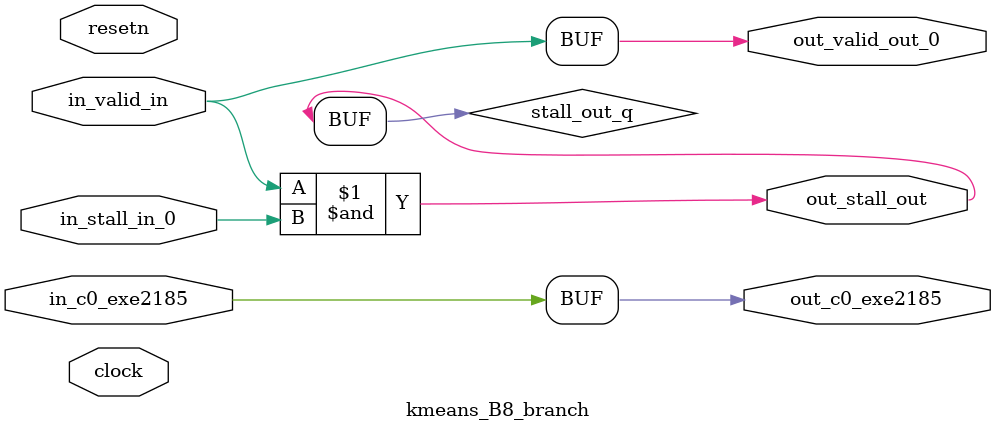
<source format=sv>



(* altera_attribute = "-name AUTO_SHIFT_REGISTER_RECOGNITION OFF; -name MESSAGE_DISABLE 10036; -name MESSAGE_DISABLE 10037; -name MESSAGE_DISABLE 14130; -name MESSAGE_DISABLE 14320; -name MESSAGE_DISABLE 15400; -name MESSAGE_DISABLE 14130; -name MESSAGE_DISABLE 10036; -name MESSAGE_DISABLE 12020; -name MESSAGE_DISABLE 12030; -name MESSAGE_DISABLE 12010; -name MESSAGE_DISABLE 12110; -name MESSAGE_DISABLE 14320; -name MESSAGE_DISABLE 13410; -name MESSAGE_DISABLE 113007; -name MESSAGE_DISABLE 10958" *)
module kmeans_B8_branch (
    input wire [0:0] in_c0_exe2185,
    input wire [0:0] in_stall_in_0,
    input wire [0:0] in_valid_in,
    output wire [0:0] out_c0_exe2185,
    output wire [0:0] out_stall_out,
    output wire [0:0] out_valid_out_0,
    input wire clock,
    input wire resetn
    );

    wire [0:0] stall_out_q;


    // out_c0_exe2185(GPOUT,5)
    assign out_c0_exe2185 = in_c0_exe2185;

    // stall_out(LOGICAL,8)
    assign stall_out_q = in_valid_in & in_stall_in_0;

    // out_stall_out(GPOUT,6)
    assign out_stall_out = stall_out_q;

    // out_valid_out_0(GPOUT,7)
    assign out_valid_out_0 = in_valid_in;

endmodule

</source>
